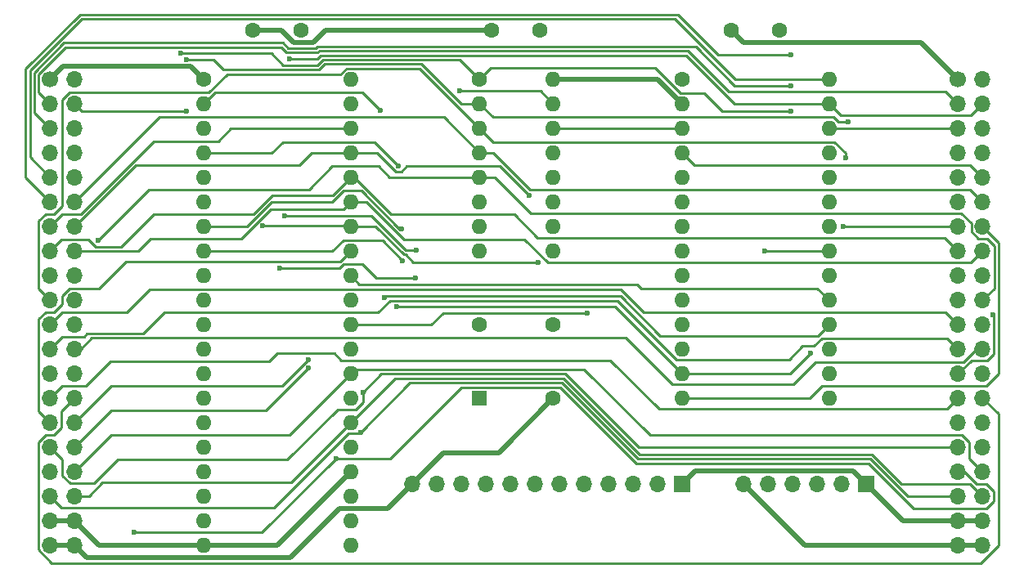
<source format=gbr>
%TF.GenerationSoftware,KiCad,Pcbnew,(5.1.8)-1*%
%TF.CreationDate,2020-12-28T18:03:26+00:00*%
%TF.ProjectId,io-board,696f2d62-6f61-4726-942e-6b696361645f,rev?*%
%TF.SameCoordinates,Original*%
%TF.FileFunction,Copper,L1,Top*%
%TF.FilePolarity,Positive*%
%FSLAX46Y46*%
G04 Gerber Fmt 4.6, Leading zero omitted, Abs format (unit mm)*
G04 Created by KiCad (PCBNEW (5.1.8)-1) date 2020-12-28 18:03:26*
%MOMM*%
%LPD*%
G01*
G04 APERTURE LIST*
%TA.AperFunction,ComponentPad*%
%ADD10C,1.600000*%
%TD*%
%TA.AperFunction,ComponentPad*%
%ADD11O,1.700000X1.700000*%
%TD*%
%TA.AperFunction,ComponentPad*%
%ADD12R,1.700000X1.700000*%
%TD*%
%TA.AperFunction,ComponentPad*%
%ADD13O,1.600000X1.600000*%
%TD*%
%TA.AperFunction,ComponentPad*%
%ADD14C,1.700000*%
%TD*%
%TA.AperFunction,ComponentPad*%
%ADD15R,1.600000X1.600000*%
%TD*%
%TA.AperFunction,ViaPad*%
%ADD16C,0.600000*%
%TD*%
%TA.AperFunction,Conductor*%
%ADD17C,0.500000*%
%TD*%
%TA.AperFunction,Conductor*%
%ADD18C,0.250000*%
%TD*%
G04 APERTURE END LIST*
D10*
%TO.P,C3,1*%
%TO.N,GND*%
X116205000Y-60960000D03*
%TO.P,C3,2*%
%TO.N,+5V*%
X121205000Y-60960000D03*
%TD*%
%TO.P,C2,1*%
%TO.N,GND*%
X91440000Y-60960000D03*
%TO.P,C2,2*%
%TO.N,+5V*%
X96440000Y-60960000D03*
%TD*%
%TO.P,C1,1*%
%TO.N,GND*%
X66675000Y-60960000D03*
%TO.P,C1,2*%
%TO.N,+5V*%
X71675000Y-60960000D03*
%TD*%
D11*
%TO.P,J3,12*%
%TO.N,GND*%
X83185000Y-107950000D03*
%TO.P,J3,11*%
%TO.N,CA2*%
X85725000Y-107950000D03*
%TO.P,J3,10*%
%TO.N,CA1*%
X88265000Y-107950000D03*
%TO.P,J3,9*%
%TO.N,PA7*%
X90805000Y-107950000D03*
%TO.P,J3,8*%
%TO.N,PA6*%
X93345000Y-107950000D03*
%TO.P,J3,7*%
%TO.N,PA5*%
X95885000Y-107950000D03*
%TO.P,J3,6*%
%TO.N,PA4*%
X98425000Y-107950000D03*
%TO.P,J3,5*%
%TO.N,PA3*%
X100965000Y-107950000D03*
%TO.P,J3,4*%
%TO.N,PA2*%
X103505000Y-107950000D03*
%TO.P,J3,3*%
%TO.N,PA1*%
X106045000Y-107950000D03*
%TO.P,J3,2*%
%TO.N,PA0*%
X108585000Y-107950000D03*
D12*
%TO.P,J3,1*%
%TO.N,+5V*%
X111125000Y-107950000D03*
%TD*%
D13*
%TO.P,U1,40*%
%TO.N,CA1*%
X76835000Y-66040000D03*
%TO.P,U1,20*%
%TO.N,+5V*%
X61595000Y-114300000D03*
%TO.P,U1,39*%
%TO.N,CA2*%
X76835000Y-68580000D03*
%TO.P,U1,19*%
%TO.N,CB2*%
X61595000Y-111760000D03*
%TO.P,U1,38*%
%TO.N,A0*%
X76835000Y-71120000D03*
%TO.P,U1,18*%
%TO.N,CB1*%
X61595000Y-109220000D03*
%TO.P,U1,37*%
%TO.N,A1*%
X76835000Y-73660000D03*
%TO.P,U1,17*%
%TO.N,PB7*%
X61595000Y-106680000D03*
%TO.P,U1,36*%
%TO.N,A2*%
X76835000Y-76200000D03*
%TO.P,U1,16*%
%TO.N,PB6*%
X61595000Y-104140000D03*
%TO.P,U1,35*%
%TO.N,A3*%
X76835000Y-78740000D03*
%TO.P,U1,15*%
%TO.N,PB5*%
X61595000Y-101600000D03*
%TO.P,U1,34*%
%TO.N,!RESET*%
X76835000Y-81280000D03*
%TO.P,U1,14*%
%TO.N,PB4*%
X61595000Y-99060000D03*
%TO.P,U1,33*%
%TO.N,D0*%
X76835000Y-83820000D03*
%TO.P,U1,13*%
%TO.N,PB3*%
X61595000Y-96520000D03*
%TO.P,U1,32*%
%TO.N,D1*%
X76835000Y-86360000D03*
%TO.P,U1,12*%
%TO.N,PB2*%
X61595000Y-93980000D03*
%TO.P,U1,31*%
%TO.N,D2*%
X76835000Y-88900000D03*
%TO.P,U1,11*%
%TO.N,PB1*%
X61595000Y-91440000D03*
%TO.P,U1,30*%
%TO.N,D3*%
X76835000Y-91440000D03*
%TO.P,U1,10*%
%TO.N,PB0*%
X61595000Y-88900000D03*
%TO.P,U1,29*%
%TO.N,D4*%
X76835000Y-93980000D03*
%TO.P,U1,9*%
%TO.N,PA7*%
X61595000Y-86360000D03*
%TO.P,U1,28*%
%TO.N,D5*%
X76835000Y-96520000D03*
%TO.P,U1,8*%
%TO.N,PA6*%
X61595000Y-83820000D03*
%TO.P,U1,27*%
%TO.N,D6*%
X76835000Y-99060000D03*
%TO.P,U1,7*%
%TO.N,PA5*%
X61595000Y-81280000D03*
%TO.P,U1,26*%
%TO.N,D7*%
X76835000Y-101600000D03*
%TO.P,U1,6*%
%TO.N,PA4*%
X61595000Y-78740000D03*
%TO.P,U1,25*%
%TO.N,PHI2*%
X76835000Y-104140000D03*
%TO.P,U1,5*%
%TO.N,PA3*%
X61595000Y-76200000D03*
%TO.P,U1,24*%
%TO.N,+5V*%
X76835000Y-106680000D03*
%TO.P,U1,4*%
%TO.N,PA2*%
X61595000Y-73660000D03*
%TO.P,U1,23*%
%TO.N,!PARALLEL_SELECT*%
X76835000Y-109220000D03*
%TO.P,U1,3*%
%TO.N,PA1*%
X61595000Y-71120000D03*
%TO.P,U1,22*%
%TO.N,R!W*%
X76835000Y-111760000D03*
%TO.P,U1,2*%
%TO.N,PA0*%
X61595000Y-68580000D03*
%TO.P,U1,21*%
%TO.N,!IRQ*%
X76835000Y-114300000D03*
D10*
%TO.P,U1,1*%
%TO.N,GND*%
X61595000Y-66040000D03*
%TD*%
D11*
%TO.P,J5,6*%
%TO.N,GND*%
X117475000Y-107950000D03*
%TO.P,J5,5*%
%TO.N,CTS*%
X120015000Y-107950000D03*
%TO.P,J5,4*%
%TO.N,RTS*%
X122555000Y-107950000D03*
%TO.P,J5,3*%
%TO.N,RXD*%
X125095000Y-107950000D03*
%TO.P,J5,2*%
%TO.N,TXD*%
X127635000Y-107950000D03*
D12*
%TO.P,J5,1*%
%TO.N,+5V*%
X130175000Y-107950000D03*
%TD*%
D11*
%TO.P,J2,40*%
%TO.N,GND*%
X142240000Y-114300000D03*
%TO.P,J2,39*%
X139700000Y-114300000D03*
%TO.P,J2,38*%
%TO.N,+5V*%
X142240000Y-111760000D03*
%TO.P,J2,37*%
X139700000Y-111760000D03*
%TO.P,J2,36*%
%TO.N,D7*%
X142240000Y-109220000D03*
%TO.P,J2,35*%
%TO.N,D6*%
X139700000Y-109220000D03*
%TO.P,J2,34*%
%TO.N,D5*%
X142240000Y-106680000D03*
%TO.P,J2,33*%
%TO.N,D4*%
X139700000Y-106680000D03*
%TO.P,J2,32*%
%TO.N,D3*%
X142240000Y-104140000D03*
%TO.P,J2,31*%
%TO.N,D2*%
X139700000Y-104140000D03*
%TO.P,J2,30*%
%TO.N,D1*%
X142240000Y-101600000D03*
%TO.P,J2,29*%
%TO.N,D0*%
X139700000Y-101600000D03*
%TO.P,J2,28*%
%TO.N,A15*%
X142240000Y-99060000D03*
%TO.P,J2,27*%
%TO.N,A14*%
X139700000Y-99060000D03*
%TO.P,J2,26*%
%TO.N,A13*%
X142240000Y-96520000D03*
%TO.P,J2,25*%
%TO.N,A12*%
X139700000Y-96520000D03*
%TO.P,J2,24*%
%TO.N,A11*%
X142240000Y-93980000D03*
%TO.P,J2,23*%
%TO.N,A10*%
X139700000Y-93980000D03*
%TO.P,J2,22*%
%TO.N,A9*%
X142240000Y-91440000D03*
%TO.P,J2,21*%
%TO.N,A8*%
X139700000Y-91440000D03*
%TO.P,J2,20*%
%TO.N,A7*%
X142240000Y-88900000D03*
%TO.P,J2,19*%
%TO.N,A6*%
X139700000Y-88900000D03*
%TO.P,J2,18*%
%TO.N,A5*%
X142240000Y-86360000D03*
%TO.P,J2,17*%
%TO.N,A4*%
X139700000Y-86360000D03*
%TO.P,J2,16*%
%TO.N,A3*%
X142240000Y-83820000D03*
%TO.P,J2,15*%
%TO.N,A2*%
X139700000Y-83820000D03*
%TO.P,J2,14*%
%TO.N,A1*%
X142240000Y-81280000D03*
%TO.P,J2,13*%
%TO.N,A0*%
X139700000Y-81280000D03*
%TO.P,J2,12*%
%TO.N,!P_SELECT*%
X142240000Y-78740000D03*
%TO.P,J2,11*%
%TO.N,RDY*%
X139700000Y-78740000D03*
%TO.P,J2,10*%
%TO.N,!RESET*%
X142240000Y-76200000D03*
%TO.P,J2,9*%
%TO.N,R!W*%
X139700000Y-76200000D03*
%TO.P,J2,8*%
%TO.N,!WRITE*%
X142240000Y-73660000D03*
%TO.P,J2,7*%
%TO.N,!READ*%
X139700000Y-73660000D03*
%TO.P,J2,6*%
%TO.N,!NMI*%
X142240000Y-71120000D03*
%TO.P,J2,5*%
%TO.N,!IRQ*%
X139700000Y-71120000D03*
%TO.P,J2,4*%
%TO.N,PHI2*%
X142240000Y-68580000D03*
%TO.P,J2,3*%
%TO.N,PHI1*%
X139700000Y-68580000D03*
%TO.P,J2,2*%
%TO.N,CLK*%
X142240000Y-66040000D03*
D14*
%TO.P,J2,1*%
%TO.N,GND*%
X139700000Y-66040000D03*
%TD*%
D10*
%TO.P,X1,4*%
%TO.N,GND*%
X97790000Y-99060000D03*
%TO.P,X1,5*%
%TO.N,CLK_S*%
X97790000Y-91440000D03*
%TO.P,X1,8*%
%TO.N,+5V*%
X90170000Y-91440000D03*
D15*
%TO.P,X1,1*%
%TO.N,Net-(X1-Pad1)*%
X90170000Y-99060000D03*
%TD*%
D13*
%TO.P,U2,16*%
%TO.N,+5V*%
X97790000Y-66040000D03*
%TO.P,U2,8*%
%TO.N,GND*%
X90170000Y-83820000D03*
%TO.P,U2,15*%
%TO.N,!PARALLEL_SELECT*%
X97790000Y-68580000D03*
%TO.P,U2,7*%
%TO.N,Net-(U2-Pad7)*%
X90170000Y-81280000D03*
%TO.P,U2,14*%
%TO.N,!SERIAL_SELECT*%
X97790000Y-71120000D03*
%TO.P,U2,6*%
%TO.N,+5V*%
X90170000Y-78740000D03*
%TO.P,U2,13*%
%TO.N,Net-(U2-Pad13)*%
X97790000Y-73660000D03*
%TO.P,U2,5*%
%TO.N,A7*%
X90170000Y-76200000D03*
%TO.P,U2,12*%
%TO.N,Net-(U2-Pad12)*%
X97790000Y-76200000D03*
%TO.P,U2,4*%
%TO.N,!P_SELECT*%
X90170000Y-73660000D03*
%TO.P,U2,11*%
%TO.N,Net-(U2-Pad11)*%
X97790000Y-78740000D03*
%TO.P,U2,3*%
%TO.N,A6*%
X90170000Y-71120000D03*
%TO.P,U2,10*%
%TO.N,Net-(U2-Pad10)*%
X97790000Y-81280000D03*
%TO.P,U2,2*%
%TO.N,A5*%
X90170000Y-68580000D03*
%TO.P,U2,9*%
%TO.N,Net-(U2-Pad9)*%
X97790000Y-83820000D03*
D10*
%TO.P,U2,1*%
%TO.N,A4*%
X90170000Y-66040000D03*
%TD*%
D13*
%TO.P,U3,28*%
%TO.N,R!W*%
X126365000Y-66040000D03*
%TO.P,U3,14*%
%TO.N,A1*%
X111125000Y-99060000D03*
%TO.P,U3,27*%
%TO.N,PHI2*%
X126365000Y-68580000D03*
%TO.P,U3,13*%
%TO.N,A0*%
X111125000Y-96520000D03*
%TO.P,U3,26*%
%TO.N,!IRQ*%
X126365000Y-71120000D03*
%TO.P,U3,12*%
%TO.N,RXD*%
X111125000Y-93980000D03*
%TO.P,U3,25*%
%TO.N,D7*%
X126365000Y-73660000D03*
%TO.P,U3,11*%
%TO.N,Net-(U3-Pad11)*%
X111125000Y-91440000D03*
%TO.P,U3,24*%
%TO.N,D6*%
X126365000Y-76200000D03*
%TO.P,U3,10*%
%TO.N,TXD*%
X111125000Y-88900000D03*
%TO.P,U3,23*%
%TO.N,D5*%
X126365000Y-78740000D03*
%TO.P,U3,9*%
%TO.N,CTS*%
X111125000Y-86360000D03*
%TO.P,U3,22*%
%TO.N,D4*%
X126365000Y-81280000D03*
%TO.P,U3,8*%
%TO.N,RTS*%
X111125000Y-83820000D03*
%TO.P,U3,21*%
%TO.N,D3*%
X126365000Y-83820000D03*
%TO.P,U3,7*%
%TO.N,Net-(U3-Pad7)*%
X111125000Y-81280000D03*
%TO.P,U3,20*%
%TO.N,D2*%
X126365000Y-86360000D03*
%TO.P,U3,6*%
%TO.N,CLK_S*%
X111125000Y-78740000D03*
%TO.P,U3,19*%
%TO.N,D1*%
X126365000Y-88900000D03*
%TO.P,U3,5*%
%TO.N,Net-(U3-Pad5)*%
X111125000Y-76200000D03*
%TO.P,U3,18*%
%TO.N,D0*%
X126365000Y-91440000D03*
%TO.P,U3,4*%
%TO.N,!RESET*%
X111125000Y-73660000D03*
%TO.P,U3,17*%
%TO.N,Net-(U3-Pad17)*%
X126365000Y-93980000D03*
%TO.P,U3,3*%
%TO.N,!SERIAL_SELECT*%
X111125000Y-71120000D03*
%TO.P,U3,16*%
%TO.N,Net-(U3-Pad16)*%
X126365000Y-96520000D03*
%TO.P,U3,2*%
%TO.N,+5V*%
X111125000Y-68580000D03*
%TO.P,U3,15*%
X126365000Y-99060000D03*
D10*
%TO.P,U3,1*%
%TO.N,GND*%
X111125000Y-66040000D03*
%TD*%
D11*
%TO.P,J1,40*%
%TO.N,GND*%
X48260000Y-114300000D03*
%TO.P,J1,39*%
X45720000Y-114300000D03*
%TO.P,J1,38*%
%TO.N,+5V*%
X48260000Y-111760000D03*
%TO.P,J1,37*%
X45720000Y-111760000D03*
%TO.P,J1,36*%
%TO.N,D7*%
X48260000Y-109220000D03*
%TO.P,J1,35*%
%TO.N,D6*%
X45720000Y-109220000D03*
%TO.P,J1,34*%
%TO.N,D5*%
X48260000Y-106680000D03*
%TO.P,J1,33*%
%TO.N,D4*%
X45720000Y-106680000D03*
%TO.P,J1,32*%
%TO.N,D3*%
X48260000Y-104140000D03*
%TO.P,J1,31*%
%TO.N,D2*%
X45720000Y-104140000D03*
%TO.P,J1,30*%
%TO.N,D1*%
X48260000Y-101600000D03*
%TO.P,J1,29*%
%TO.N,D0*%
X45720000Y-101600000D03*
%TO.P,J1,28*%
%TO.N,A15*%
X48260000Y-99060000D03*
%TO.P,J1,27*%
%TO.N,A14*%
X45720000Y-99060000D03*
%TO.P,J1,26*%
%TO.N,A13*%
X48260000Y-96520000D03*
%TO.P,J1,25*%
%TO.N,A12*%
X45720000Y-96520000D03*
%TO.P,J1,24*%
%TO.N,A11*%
X48260000Y-93980000D03*
%TO.P,J1,23*%
%TO.N,A10*%
X45720000Y-93980000D03*
%TO.P,J1,22*%
%TO.N,A9*%
X48260000Y-91440000D03*
%TO.P,J1,21*%
%TO.N,A8*%
X45720000Y-91440000D03*
%TO.P,J1,20*%
%TO.N,A7*%
X48260000Y-88900000D03*
%TO.P,J1,19*%
%TO.N,A6*%
X45720000Y-88900000D03*
%TO.P,J1,18*%
%TO.N,A5*%
X48260000Y-86360000D03*
%TO.P,J1,17*%
%TO.N,A4*%
X45720000Y-86360000D03*
%TO.P,J1,16*%
%TO.N,A3*%
X48260000Y-83820000D03*
%TO.P,J1,15*%
%TO.N,A2*%
X45720000Y-83820000D03*
%TO.P,J1,14*%
%TO.N,A1*%
X48260000Y-81280000D03*
%TO.P,J1,13*%
%TO.N,A0*%
X45720000Y-81280000D03*
%TO.P,J1,12*%
%TO.N,!P_SELECT*%
X48260000Y-78740000D03*
%TO.P,J1,11*%
%TO.N,RDY*%
X45720000Y-78740000D03*
%TO.P,J1,10*%
%TO.N,!RESET*%
X48260000Y-76200000D03*
%TO.P,J1,9*%
%TO.N,R!W*%
X45720000Y-76200000D03*
%TO.P,J1,8*%
%TO.N,!WRITE*%
X48260000Y-73660000D03*
%TO.P,J1,7*%
%TO.N,!READ*%
X45720000Y-73660000D03*
%TO.P,J1,6*%
%TO.N,!NMI*%
X48260000Y-71120000D03*
%TO.P,J1,5*%
%TO.N,!IRQ*%
X45720000Y-71120000D03*
%TO.P,J1,4*%
%TO.N,PHI2*%
X48260000Y-68580000D03*
%TO.P,J1,3*%
%TO.N,PHI1*%
X45720000Y-68580000D03*
%TO.P,J1,2*%
%TO.N,CLK*%
X48260000Y-66040000D03*
D14*
%TO.P,J1,1*%
%TO.N,GND*%
X45720000Y-66040000D03*
%TD*%
D16*
%TO.N,D6*%
X77829500Y-102606200D03*
%TO.N,D4*%
X54393300Y-112949300D03*
X75301300Y-105302000D03*
%TO.N,D3*%
X72429600Y-95955400D03*
X101315900Y-90222300D03*
X119688000Y-83820000D03*
%TO.N,D2*%
X78073900Y-98427800D03*
%TO.N,D1*%
X72439700Y-95060900D03*
%TO.N,D0*%
X80280100Y-88648300D03*
%TO.N,A12*%
X143276400Y-90403000D03*
%TO.N,A7*%
X50645700Y-82742100D03*
%TO.N,A6*%
X128054500Y-74135900D03*
%TO.N,A5*%
X59855200Y-63969100D03*
X128339700Y-70440000D03*
%TO.N,A4*%
X59210700Y-63346300D03*
X122386800Y-69319300D03*
%TO.N,A1*%
X95268600Y-78101600D03*
%TO.N,A0*%
X127792400Y-81280000D03*
X124429300Y-94379800D03*
X81549600Y-89586500D03*
%TO.N,!RESET*%
X67720500Y-81200300D03*
X96263400Y-84975500D03*
%TO.N,RDY*%
X122386800Y-63470800D03*
%TO.N,!IRQ*%
X122386800Y-66675000D03*
%TO.N,PHI2*%
X70495800Y-63885600D03*
X59786100Y-69344300D03*
%TO.N,PA6*%
X82219400Y-84798700D03*
%TO.N,PA5*%
X82112900Y-81496000D03*
%TO.N,PA3*%
X83570300Y-86625600D03*
X69482700Y-85597200D03*
%TO.N,PA2*%
X81743700Y-74989200D03*
%TO.N,PA1*%
X83634200Y-83723100D03*
X70004800Y-80148800D03*
%TO.N,PA0*%
X79854700Y-69223600D03*
%TO.N,!PARALLEL_SELECT*%
X88105000Y-67239500D03*
%TD*%
D17*
%TO.N,GND*%
X83185000Y-107950000D02*
X80645000Y-110490000D01*
X80645000Y-110490000D02*
X75654800Y-110490000D01*
X75654800Y-110490000D02*
X70594400Y-115550400D01*
X70594400Y-115550400D02*
X49510400Y-115550400D01*
X49510400Y-115550400D02*
X48260000Y-114300000D01*
X97790000Y-99060000D02*
X92134600Y-104715400D01*
X92134600Y-104715400D02*
X86419600Y-104715400D01*
X86419600Y-104715400D02*
X83185000Y-107950000D01*
X91440000Y-60960000D02*
X74240500Y-60960000D01*
X74240500Y-60960000D02*
X72989800Y-62210700D01*
X72989800Y-62210700D02*
X70938500Y-62210700D01*
X70938500Y-62210700D02*
X69687800Y-60960000D01*
X69687800Y-60960000D02*
X66675000Y-60960000D01*
X61595000Y-66040000D02*
X60277500Y-64722500D01*
X60277500Y-64722500D02*
X47037500Y-64722500D01*
X47037500Y-64722500D02*
X45720000Y-66040000D01*
X116205000Y-60960000D02*
X117455300Y-62210300D01*
X117455300Y-62210300D02*
X135870300Y-62210300D01*
X135870300Y-62210300D02*
X139700000Y-66040000D01*
X45720000Y-114300000D02*
X48260000Y-114300000D01*
X139700000Y-114300000D02*
X142240000Y-114300000D01*
X117475000Y-107950000D02*
X123825000Y-114300000D01*
X123825000Y-114300000D02*
X139700000Y-114300000D01*
%TO.N,+5V*%
X76835000Y-106680000D02*
X69215000Y-114300000D01*
X69215000Y-114300000D02*
X61595000Y-114300000D01*
X48260000Y-111760000D02*
X45720000Y-111760000D01*
X61595000Y-114300000D02*
X50800000Y-114300000D01*
X50800000Y-114300000D02*
X48260000Y-111760000D01*
X130175000Y-107950000D02*
X128828000Y-106603000D01*
X128828000Y-106603000D02*
X112472000Y-106603000D01*
X112472000Y-106603000D02*
X111125000Y-107950000D01*
X139700000Y-111760000D02*
X133985000Y-111760000D01*
X133985000Y-111760000D02*
X130175000Y-107950000D01*
X111125000Y-68580000D02*
X108585000Y-66040000D01*
X108585000Y-66040000D02*
X97790000Y-66040000D01*
X142240000Y-111760000D02*
X139700000Y-111760000D01*
D18*
%TO.N,D7*%
X76835000Y-101600000D02*
X81401000Y-97034000D01*
X81401000Y-97034000D02*
X98890500Y-97034000D01*
X98890500Y-97034000D02*
X106769400Y-104912900D01*
X106769400Y-104912900D02*
X130806600Y-104912900D01*
X130806600Y-104912900D02*
X133843700Y-107950000D01*
X133843700Y-107950000D02*
X140970000Y-107950000D01*
X140970000Y-107950000D02*
X142240000Y-109220000D01*
X48260000Y-109220000D02*
X49726500Y-109220000D01*
X49726500Y-109220000D02*
X51141100Y-107805400D01*
X51141100Y-107805400D02*
X70629600Y-107805400D01*
X70629600Y-107805400D02*
X76835000Y-101600000D01*
%TO.N,D6*%
X77829500Y-102606200D02*
X82951400Y-97484300D01*
X82951400Y-97484300D02*
X98703900Y-97484300D01*
X98703900Y-97484300D02*
X106582800Y-105363200D01*
X106582800Y-105363200D02*
X130620000Y-105363200D01*
X130620000Y-105363200D02*
X134476800Y-109220000D01*
X134476800Y-109220000D02*
X139700000Y-109220000D01*
X45720000Y-109220000D02*
X46910600Y-110410600D01*
X46910600Y-110410600D02*
X68885000Y-110410600D01*
X68885000Y-110410600D02*
X76570200Y-102725400D01*
X76570200Y-102725400D02*
X77710300Y-102725400D01*
X77710300Y-102725400D02*
X77829500Y-102606200D01*
%TO.N,D5*%
X142240000Y-106680000D02*
X140875400Y-105315400D01*
X140875400Y-105315400D02*
X140875400Y-103614400D01*
X140875400Y-103614400D02*
X140131000Y-102870000D01*
X140131000Y-102870000D02*
X107789300Y-102870000D01*
X107789300Y-102870000D02*
X100989700Y-96070400D01*
X100989700Y-96070400D02*
X77284600Y-96070400D01*
X77284600Y-96070400D02*
X76835000Y-96520000D01*
X76835000Y-96520000D02*
X70485000Y-102870000D01*
X70485000Y-102870000D02*
X52070000Y-102870000D01*
X52070000Y-102870000D02*
X48260000Y-106680000D01*
%TO.N,D4*%
X75301300Y-105302000D02*
X67654000Y-112949300D01*
X67654000Y-112949300D02*
X54393300Y-112949300D01*
X75301300Y-105302000D02*
X80916700Y-105302000D01*
X80916700Y-105302000D02*
X88284100Y-97934600D01*
X88284100Y-97934600D02*
X98517300Y-97934600D01*
X98517300Y-97934600D02*
X106396200Y-105813500D01*
X106396200Y-105813500D02*
X130433400Y-105813500D01*
X130433400Y-105813500D02*
X135109900Y-110490000D01*
X135109900Y-110490000D02*
X142663600Y-110490000D01*
X142663600Y-110490000D02*
X143432900Y-109720700D01*
X143432900Y-109720700D02*
X143432900Y-108748800D01*
X143432900Y-108748800D02*
X142634100Y-107950000D01*
X142634100Y-107950000D02*
X141606900Y-107950000D01*
X141606900Y-107950000D02*
X140336900Y-106680000D01*
X140336900Y-106680000D02*
X139700000Y-106680000D01*
%TO.N,D3*%
X76835000Y-91440000D02*
X85175700Y-91440000D01*
X85175700Y-91440000D02*
X86393400Y-90222300D01*
X86393400Y-90222300D02*
X101315900Y-90222300D01*
X48260000Y-104140000D02*
X52070000Y-100330000D01*
X52070000Y-100330000D02*
X68055000Y-100330000D01*
X68055000Y-100330000D02*
X72429600Y-95955400D01*
X126365000Y-83820000D02*
X119688000Y-83820000D01*
%TO.N,D2*%
X45720000Y-104140000D02*
X46990000Y-105410000D01*
X46990000Y-105410000D02*
X46990000Y-107074800D01*
X46990000Y-107074800D02*
X47780400Y-107865200D01*
X47780400Y-107865200D02*
X50251600Y-107865200D01*
X50251600Y-107865200D02*
X52706800Y-105410000D01*
X52706800Y-105410000D02*
X70256700Y-105410000D01*
X70256700Y-105410000D02*
X75450200Y-100216500D01*
X75450200Y-100216500D02*
X77340100Y-100216500D01*
X77340100Y-100216500D02*
X78073900Y-99482700D01*
X78073900Y-99482700D02*
X78073900Y-98427800D01*
X78073900Y-98427800D02*
X79946200Y-96555500D01*
X79946200Y-96555500D02*
X99048900Y-96555500D01*
X99048900Y-96555500D02*
X106633400Y-104140000D01*
X106633400Y-104140000D02*
X139700000Y-104140000D01*
%TO.N,D1*%
X72439700Y-95060900D02*
X69710600Y-97790000D01*
X69710600Y-97790000D02*
X52070000Y-97790000D01*
X52070000Y-97790000D02*
X48260000Y-101600000D01*
X76835000Y-86360000D02*
X77725900Y-87250900D01*
X77725900Y-87250900D02*
X106458800Y-87250900D01*
X106458800Y-87250900D02*
X106879800Y-87671900D01*
X106879800Y-87671900D02*
X125136900Y-87671900D01*
X125136900Y-87671900D02*
X126365000Y-88900000D01*
%TO.N,D0*%
X80280100Y-88648300D02*
X80434900Y-88493500D01*
X80434900Y-88493500D02*
X104749700Y-88493500D01*
X104749700Y-88493500D02*
X108886800Y-92630600D01*
X108886800Y-92630600D02*
X125174400Y-92630600D01*
X125174400Y-92630600D02*
X126365000Y-91440000D01*
X76835000Y-83820000D02*
X75709600Y-84945400D01*
X75709600Y-84945400D02*
X53583800Y-84945400D01*
X53583800Y-84945400D02*
X50804600Y-87724600D01*
X50804600Y-87724600D02*
X47734400Y-87724600D01*
X47734400Y-87724600D02*
X46990000Y-88469000D01*
X46990000Y-88469000D02*
X46990000Y-89296400D01*
X46990000Y-89296400D02*
X46116400Y-90170000D01*
X46116400Y-90170000D02*
X45232300Y-90170000D01*
X45232300Y-90170000D02*
X44519800Y-90882500D01*
X44519800Y-90882500D02*
X44519800Y-100399800D01*
X44519800Y-100399800D02*
X45720000Y-101600000D01*
%TO.N,A15*%
X48260000Y-99060000D02*
X46895400Y-100424600D01*
X46895400Y-100424600D02*
X46895400Y-102125600D01*
X46895400Y-102125600D02*
X46151000Y-102870000D01*
X46151000Y-102870000D02*
X45255200Y-102870000D01*
X45255200Y-102870000D02*
X44506300Y-103618900D01*
X44506300Y-103618900D02*
X44506300Y-114749100D01*
X44506300Y-114749100D02*
X45891000Y-116133800D01*
X45891000Y-116133800D02*
X142071200Y-116133800D01*
X142071200Y-116133800D02*
X143883200Y-114321800D01*
X143883200Y-114321800D02*
X143883200Y-100703200D01*
X143883200Y-100703200D02*
X142240000Y-99060000D01*
%TO.N,A14*%
X45720000Y-99060000D02*
X46990000Y-97790000D01*
X46990000Y-97790000D02*
X49435400Y-97790000D01*
X49435400Y-97790000D02*
X51975400Y-95250000D01*
X51975400Y-95250000D02*
X68395900Y-95250000D01*
X68395900Y-95250000D02*
X69213600Y-94432300D01*
X69213600Y-94432300D02*
X75121700Y-94432300D01*
X75121700Y-94432300D02*
X75858800Y-95169400D01*
X75858800Y-95169400D02*
X103721100Y-95169400D01*
X103721100Y-95169400D02*
X108751300Y-100199600D01*
X108751300Y-100199600D02*
X138560400Y-100199600D01*
X138560400Y-100199600D02*
X139700000Y-99060000D01*
%TO.N,A12*%
X139700000Y-96520000D02*
X141064600Y-95155400D01*
X141064600Y-95155400D02*
X142754300Y-95155400D01*
X142754300Y-95155400D02*
X143415400Y-94494300D01*
X143415400Y-94494300D02*
X143415400Y-90542000D01*
X143415400Y-90542000D02*
X143276400Y-90403000D01*
%TO.N,A11*%
X48260000Y-93980000D02*
X48896800Y-93980000D01*
X48896800Y-93980000D02*
X50041800Y-92835000D01*
X50041800Y-92835000D02*
X105273400Y-92835000D01*
X105273400Y-92835000D02*
X110085600Y-97647200D01*
X110085600Y-97647200D02*
X122662000Y-97647200D01*
X122662000Y-97647200D02*
X124964600Y-95344600D01*
X124964600Y-95344600D02*
X140223000Y-95344600D01*
X140223000Y-95344600D02*
X141587600Y-93980000D01*
X141587600Y-93980000D02*
X142240000Y-93980000D01*
%TO.N,A10*%
X45720000Y-93980000D02*
X46997100Y-92702900D01*
X46997100Y-92702900D02*
X49218800Y-92702900D01*
X49218800Y-92702900D02*
X49537100Y-92384600D01*
X49537100Y-92384600D02*
X55334900Y-92384600D01*
X55334900Y-92384600D02*
X57549500Y-90170000D01*
X57549500Y-90170000D02*
X79658800Y-90170000D01*
X79658800Y-90170000D02*
X80868800Y-88960000D01*
X80868800Y-88960000D02*
X104436300Y-88960000D01*
X104436300Y-88960000D02*
X110581700Y-95105400D01*
X110581700Y-95105400D02*
X122182600Y-95105400D01*
X122182600Y-95105400D02*
X123620600Y-93667400D01*
X123620600Y-93667400D02*
X124774500Y-93667400D01*
X124774500Y-93667400D02*
X125597600Y-92844300D01*
X125597600Y-92844300D02*
X138564300Y-92844300D01*
X138564300Y-92844300D02*
X139700000Y-93980000D01*
%TO.N,A8*%
X45720000Y-91440000D02*
X46990000Y-90170000D01*
X46990000Y-90170000D02*
X53639400Y-90170000D01*
X53639400Y-90170000D02*
X56035900Y-87773500D01*
X56035900Y-87773500D02*
X104743400Y-87773500D01*
X104743400Y-87773500D02*
X107139900Y-90170000D01*
X107139900Y-90170000D02*
X138430000Y-90170000D01*
X138430000Y-90170000D02*
X139700000Y-91440000D01*
%TO.N,A7*%
X90170000Y-76200000D02*
X80846000Y-76200000D01*
X80846000Y-76200000D02*
X79688400Y-75042400D01*
X79688400Y-75042400D02*
X74919400Y-75042400D01*
X74919400Y-75042400D02*
X72491800Y-77470000D01*
X72491800Y-77470000D02*
X55917800Y-77470000D01*
X55917800Y-77470000D02*
X50645700Y-82742100D01*
X142240000Y-88900000D02*
X143437400Y-87702600D01*
X143437400Y-87702600D02*
X143437400Y-83274700D01*
X143437400Y-83274700D02*
X142712700Y-82550000D01*
X142712700Y-82550000D02*
X141809000Y-82550000D01*
X141809000Y-82550000D02*
X141064600Y-81805600D01*
X141064600Y-81805600D02*
X141064600Y-80978200D01*
X141064600Y-80978200D02*
X140025700Y-79939300D01*
X140025700Y-79939300D02*
X95463200Y-79939300D01*
X95463200Y-79939300D02*
X91723900Y-76200000D01*
X91723900Y-76200000D02*
X90170000Y-76200000D01*
%TO.N,A6*%
X90170000Y-71120000D02*
X83950900Y-64900900D01*
X83950900Y-64900900D02*
X76382500Y-64900900D01*
X76382500Y-64900900D02*
X75781000Y-65502400D01*
X75781000Y-65502400D02*
X64035700Y-65502400D01*
X64035700Y-65502400D02*
X62133500Y-67404600D01*
X62133500Y-67404600D02*
X47718100Y-67404600D01*
X47718100Y-67404600D02*
X46990000Y-68132700D01*
X46990000Y-68132700D02*
X46990000Y-79136400D01*
X46990000Y-79136400D02*
X46116400Y-80010000D01*
X46116400Y-80010000D02*
X45232200Y-80010000D01*
X45232200Y-80010000D02*
X44519800Y-80722400D01*
X44519800Y-80722400D02*
X44519800Y-87699800D01*
X44519800Y-87699800D02*
X45720000Y-88900000D01*
X128054500Y-74135900D02*
X128054500Y-73696000D01*
X128054500Y-73696000D02*
X126893100Y-72534600D01*
X126893100Y-72534600D02*
X91584600Y-72534600D01*
X91584600Y-72534600D02*
X90170000Y-71120000D01*
%TO.N,A5*%
X90170000Y-68580000D02*
X88267000Y-68580000D01*
X88267000Y-68580000D02*
X84137500Y-64450500D01*
X84137500Y-64450500D02*
X74166200Y-64450500D01*
X74166200Y-64450500D02*
X73564700Y-65052000D01*
X73564700Y-65052000D02*
X63667400Y-65052000D01*
X63667400Y-65052000D02*
X62584500Y-63969100D01*
X62584500Y-63969100D02*
X59855200Y-63969100D01*
X128339700Y-70440000D02*
X127276500Y-70440000D01*
X127276500Y-70440000D02*
X126781100Y-69944600D01*
X126781100Y-69944600D02*
X91534600Y-69944600D01*
X91534600Y-69944600D02*
X90170000Y-68580000D01*
%TO.N,A4*%
X90170000Y-66040000D02*
X88130200Y-64000200D01*
X88130200Y-64000200D02*
X73924800Y-64000200D01*
X73924800Y-64000200D02*
X73361800Y-64563200D01*
X73361800Y-64563200D02*
X69840900Y-64563200D01*
X69840900Y-64563200D02*
X68621500Y-63343800D01*
X68621500Y-63343800D02*
X59213200Y-63343800D01*
X59213200Y-63343800D02*
X59210700Y-63346300D01*
X90170000Y-66040000D02*
X91335900Y-64874100D01*
X91335900Y-64874100D02*
X108367600Y-64874100D01*
X108367600Y-64874100D02*
X110948100Y-67454600D01*
X110948100Y-67454600D02*
X113426300Y-67454600D01*
X113426300Y-67454600D02*
X115291000Y-69319300D01*
X115291000Y-69319300D02*
X122386800Y-69319300D01*
%TO.N,A3*%
X76835000Y-78740000D02*
X76051500Y-79523500D01*
X76051500Y-79523500D02*
X68506600Y-79523500D01*
X68506600Y-79523500D02*
X65480100Y-82550000D01*
X65480100Y-82550000D02*
X56086200Y-82550000D01*
X56086200Y-82550000D02*
X54816200Y-83820000D01*
X54816200Y-83820000D02*
X48260000Y-83820000D01*
X142240000Y-83820000D02*
X141049400Y-85010600D01*
X141049400Y-85010600D02*
X97212700Y-85010600D01*
X97212700Y-85010600D02*
X94811300Y-82609200D01*
X94811300Y-82609200D02*
X82341600Y-82609200D01*
X82341600Y-82609200D02*
X78472400Y-78740000D01*
X78472400Y-78740000D02*
X76835000Y-78740000D01*
%TO.N,A2*%
X45720000Y-83820000D02*
X46913700Y-82626300D01*
X46913700Y-82626300D02*
X49645600Y-82626300D01*
X49645600Y-82626300D02*
X50386700Y-83367400D01*
X50386700Y-83367400D02*
X53079300Y-83367400D01*
X53079300Y-83367400D02*
X56436700Y-80010000D01*
X56436700Y-80010000D02*
X66746200Y-80010000D01*
X66746200Y-80010000D02*
X68678500Y-78077700D01*
X68678500Y-78077700D02*
X74957300Y-78077700D01*
X74957300Y-78077700D02*
X76835000Y-76200000D01*
X139700000Y-83820000D02*
X138304800Y-82424800D01*
X138304800Y-82424800D02*
X96166500Y-82424800D01*
X96166500Y-82424800D02*
X93751700Y-80010000D01*
X93751700Y-80010000D02*
X81016200Y-80010000D01*
X81016200Y-80010000D02*
X77206200Y-76200000D01*
X77206200Y-76200000D02*
X76835000Y-76200000D01*
%TO.N,A1*%
X76835000Y-73660000D02*
X79530200Y-73660000D01*
X79530200Y-73660000D02*
X81484700Y-75614500D01*
X81484700Y-75614500D02*
X82058800Y-75614500D01*
X82058800Y-75614500D02*
X82628400Y-75044900D01*
X82628400Y-75044900D02*
X92211900Y-75044900D01*
X92211900Y-75044900D02*
X95268600Y-78101600D01*
X111125000Y-99060000D02*
X124377000Y-99060000D01*
X124377000Y-99060000D02*
X125647000Y-97790000D01*
X125647000Y-97790000D02*
X142636600Y-97790000D01*
X142636600Y-97790000D02*
X143926000Y-96500600D01*
X143926000Y-96500600D02*
X143926000Y-82966000D01*
X143926000Y-82966000D02*
X142240000Y-81280000D01*
X76835000Y-73660000D02*
X72802800Y-73660000D01*
X72802800Y-73660000D02*
X71532800Y-74930000D01*
X71532800Y-74930000D02*
X54610000Y-74930000D01*
X54610000Y-74930000D02*
X48260000Y-81280000D01*
%TO.N,A0*%
X45720000Y-81280000D02*
X46990000Y-80010000D01*
X46990000Y-80010000D02*
X48892800Y-80010000D01*
X48892800Y-80010000D02*
X56470800Y-72432000D01*
X56470800Y-72432000D02*
X63099100Y-72432000D01*
X63099100Y-72432000D02*
X64411100Y-71120000D01*
X64411100Y-71120000D02*
X76835000Y-71120000D01*
X81549600Y-89586500D02*
X104191500Y-89586500D01*
X104191500Y-89586500D02*
X111125000Y-96520000D01*
X124429300Y-94379800D02*
X122289100Y-96520000D01*
X122289100Y-96520000D02*
X111125000Y-96520000D01*
X139700000Y-81280000D02*
X127792400Y-81280000D01*
%TO.N,!RESET*%
X142240000Y-76200000D02*
X140970000Y-74930000D01*
X140970000Y-74930000D02*
X112395000Y-74930000D01*
X112395000Y-74930000D02*
X111125000Y-73660000D01*
X96263400Y-84975500D02*
X83280600Y-84975500D01*
X83280600Y-84975500D02*
X82478500Y-84173400D01*
X82478500Y-84173400D02*
X82313600Y-84173400D01*
X82313600Y-84173400D02*
X79420200Y-81280000D01*
X79420200Y-81280000D02*
X76835000Y-81280000D01*
X76835000Y-81280000D02*
X76755300Y-81200300D01*
X76755300Y-81200300D02*
X67720500Y-81200300D01*
%TO.N,R!W*%
X126365000Y-66040000D02*
X116655900Y-66040000D01*
X116655900Y-66040000D02*
X110400600Y-59784700D01*
X110400600Y-59784700D02*
X48972100Y-59784700D01*
X48972100Y-59784700D02*
X43622600Y-65134200D01*
X43622600Y-65134200D02*
X43622600Y-74102600D01*
X43622600Y-74102600D02*
X45720000Y-76200000D01*
%TO.N,RDY*%
X122386800Y-63470800D02*
X114833300Y-63470800D01*
X114833300Y-63470800D02*
X110691900Y-59329400D01*
X110691900Y-59329400D02*
X48790500Y-59329400D01*
X48790500Y-59329400D02*
X43172300Y-64947600D01*
X43172300Y-64947600D02*
X43172300Y-76192300D01*
X43172300Y-76192300D02*
X45720000Y-78740000D01*
%TO.N,!IRQ*%
X122386800Y-66675000D02*
X116577200Y-66675000D01*
X116577200Y-66675000D02*
X112551500Y-62649300D01*
X112551500Y-62649300D02*
X73364900Y-62649300D01*
X73364900Y-62649300D02*
X73228100Y-62786100D01*
X73228100Y-62786100D02*
X70313400Y-62786100D01*
X70313400Y-62786100D02*
X69795600Y-62268300D01*
X69795600Y-62268300D02*
X47125400Y-62268300D01*
X47125400Y-62268300D02*
X44072900Y-65320800D01*
X44072900Y-65320800D02*
X44072900Y-69472900D01*
X44072900Y-69472900D02*
X45720000Y-71120000D01*
X139700000Y-71120000D02*
X126365000Y-71120000D01*
%TO.N,PHI2*%
X126365000Y-68580000D02*
X116588600Y-68580000D01*
X116588600Y-68580000D02*
X111558500Y-63549900D01*
X111558500Y-63549900D02*
X73738100Y-63549900D01*
X73738100Y-63549900D02*
X73402400Y-63885600D01*
X73402400Y-63885600D02*
X70495800Y-63885600D01*
X142240000Y-68580000D02*
X141049400Y-69770600D01*
X141049400Y-69770600D02*
X127555600Y-69770600D01*
X127555600Y-69770600D02*
X126365000Y-68580000D01*
X59786100Y-69344300D02*
X49024300Y-69344300D01*
X49024300Y-69344300D02*
X48260000Y-68580000D01*
%TO.N,PHI1*%
X139700000Y-68580000D02*
X138430000Y-67310000D01*
X138430000Y-67310000D02*
X115955500Y-67310000D01*
X115955500Y-67310000D02*
X111745100Y-63099600D01*
X111745100Y-63099600D02*
X73551500Y-63099600D01*
X73551500Y-63099600D02*
X73414700Y-63236400D01*
X73414700Y-63236400D02*
X70126800Y-63236400D01*
X70126800Y-63236400D02*
X69609100Y-62718700D01*
X69609100Y-62718700D02*
X47316000Y-62718700D01*
X47316000Y-62718700D02*
X44528000Y-65506700D01*
X44528000Y-65506700D02*
X44528000Y-67388000D01*
X44528000Y-67388000D02*
X45720000Y-68580000D01*
%TO.N,PA6*%
X61595000Y-83820000D02*
X74931900Y-83820000D01*
X74931900Y-83820000D02*
X76068000Y-82683900D01*
X76068000Y-82683900D02*
X80104600Y-82683900D01*
X80104600Y-82683900D02*
X82219400Y-84798700D01*
%TO.N,PA5*%
X82112900Y-81496000D02*
X81865300Y-81496000D01*
X81865300Y-81496000D02*
X77959900Y-77590600D01*
X77959900Y-77590600D02*
X76081300Y-77590600D01*
X76081300Y-77590600D02*
X74932000Y-78739900D01*
X74932000Y-78739900D02*
X68653200Y-78739900D01*
X68653200Y-78739900D02*
X66113100Y-81280000D01*
X66113100Y-81280000D02*
X61595000Y-81280000D01*
%TO.N,PA3*%
X69482700Y-85597200D02*
X75694700Y-85597200D01*
X75694700Y-85597200D02*
X76093100Y-85198800D01*
X76093100Y-85198800D02*
X78022600Y-85198800D01*
X78022600Y-85198800D02*
X79449400Y-86625600D01*
X79449400Y-86625600D02*
X83570300Y-86625600D01*
%TO.N,PA2*%
X61595000Y-73660000D02*
X68650400Y-73660000D01*
X68650400Y-73660000D02*
X69789800Y-72520600D01*
X69789800Y-72520600D02*
X79275100Y-72520600D01*
X79275100Y-72520600D02*
X81743700Y-74989200D01*
%TO.N,PA1*%
X83634200Y-83723100D02*
X82500200Y-83723100D01*
X82500200Y-83723100D02*
X78925900Y-80148800D01*
X78925900Y-80148800D02*
X70004800Y-80148800D01*
%TO.N,PA0*%
X61595000Y-68580000D02*
X62785600Y-67389400D01*
X62785600Y-67389400D02*
X78020500Y-67389400D01*
X78020500Y-67389400D02*
X79854700Y-69223600D01*
%TO.N,!PARALLEL_SELECT*%
X97790000Y-68580000D02*
X96449500Y-67239500D01*
X96449500Y-67239500D02*
X88105000Y-67239500D01*
%TO.N,!SERIAL_SELECT*%
X111125000Y-71120000D02*
X97790000Y-71120000D01*
%TO.N,!P_SELECT*%
X90170000Y-73660000D02*
X86479700Y-69969700D01*
X86479700Y-69969700D02*
X57030300Y-69969700D01*
X57030300Y-69969700D02*
X48260000Y-78740000D01*
X142240000Y-78740000D02*
X140970000Y-77470000D01*
X140970000Y-77470000D02*
X95368800Y-77470000D01*
X95368800Y-77470000D02*
X91558800Y-73660000D01*
X91558800Y-73660000D02*
X90170000Y-73660000D01*
%TD*%
M02*

</source>
